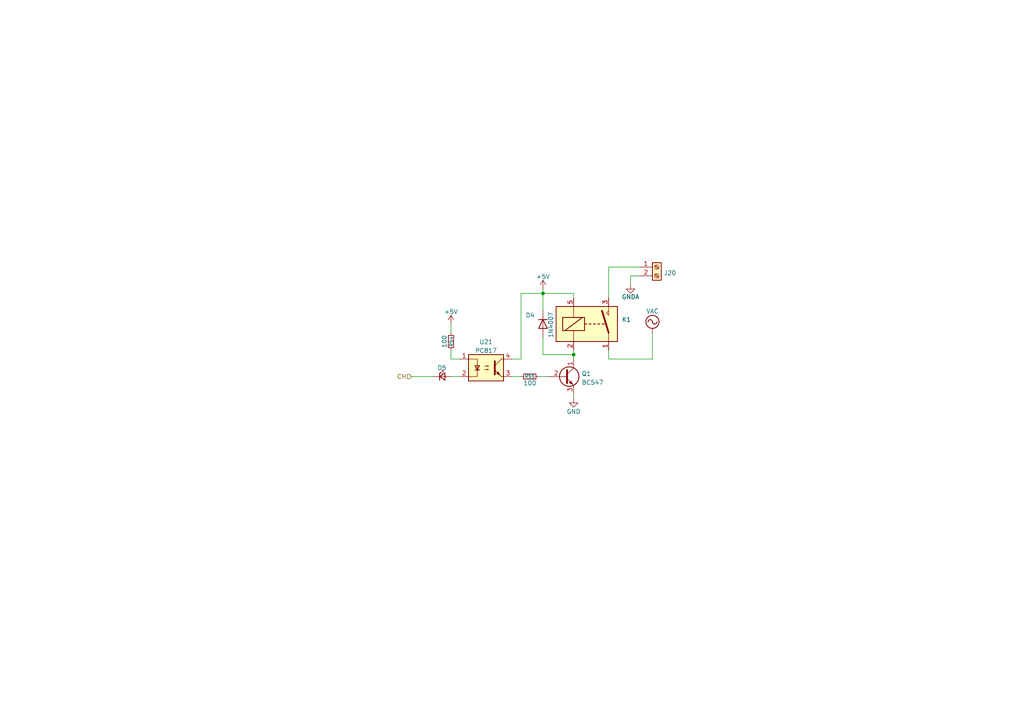
<source format=kicad_sch>
(kicad_sch (version 20211123) (generator eeschema)
  (paper "A4")
  (title_block (title "Cartridge Heater with T-type thermocouples control card") (date "2023-01-13") (rev "0.1") (company "Astraveus") (comment 1 "Author : Mathis Lacombe") (comment 2 "Technical test - job interview 01/13/2023"))
  (lib_symbols
    (symbol "Connector:Screw_Terminal_01x02" (pin_names (offset 1.016) hide)
      (property "Reference" "J" (at 0 2.54 0))
      (property "Value" "Screw_Terminal_01x02" (at 0 -5.08 0))
      (symbol "Screw_Terminal_01x02_1_1"
        (rectangle (start -1.27 1.27) (end 1.27 -3.81) (stroke (width 0.254)) (fill (type background)))
        (circle (center 0 -2.54) (radius 0.635) (stroke (width 0.1524)))
        (polyline (pts (xy -0.5334 -2.2098) (xy 0.3302 -3.048)) (stroke (width 0.1524)))
        (polyline (pts (xy -0.5334 0.3302) (xy 0.3302 -0.508)) (stroke (width 0.1524)))
        (polyline (pts (xy -0.3556 -2.032) (xy 0.508 -2.8702)) (stroke (width 0.1524)))
        (polyline (pts (xy -0.3556 0.508) (xy 0.508 -0.3302)) (stroke (width 0.1524)))
        (circle (center 0 0) (radius 0.635) (stroke (width 0.1524)))
        (pin passive line (at -5.08 0 0) (length 3.81) (name "Pin_1") (number "1"))
        (pin passive line (at -5.08 -2.54 0) (length 3.81) (name "Pin_2") (number "2"))
      )
    )
    (symbol "Device:LED_Small" (pin_numbers hide) (pin_names (offset 0.254) hide)
      (property "Reference" "D" (at -1.27 3.175 0))
      (property "Value" "LED_Small" (at -4.445 -2.54 0))
      (symbol "LED_Small_0_1"
        (polyline (pts (xy -0.762 -1.016) (xy -0.762 1.016)) (stroke (width 0.254)))
        (polyline (pts (xy 1.016 0) (xy -0.762 0)))
        (polyline (pts (xy 0.762 -1.016) (xy -0.762 0) (xy 0.762 1.016) (xy 0.762 -1.016)) (stroke (width 0.254)))
        (polyline (pts (xy 0 0.762) (xy -0.508 1.27) (xy -0.254 1.27) (xy -0.508 1.27) (xy -0.508 1.016)))
        (polyline (pts (xy 0.508 1.27) (xy 0 1.778) (xy 0.254 1.778) (xy 0 1.778) (xy 0 1.524)))
      )
      (symbol "LED_Small_1_1"
        (pin passive line (at -2.54 0 0) (length 1.778) (name "K") (number "1"))
        (pin passive line (at 2.54 0 180) (length 1.778) (name "A") (number "2"))
      )
    )
    (symbol "Device:R_Small" (pin_numbers hide) (pin_names (offset 0.254) hide)
      (property "Reference" "R" (at 0.762 0.508 0))
      (property "Value" "R_Small" (at 0.762 -1.016 0))
      (symbol "R_Small_0_1"
        (rectangle (start -0.762 1.778) (end 0.762 -1.778) (stroke (width 0.2032)))
      )
      (symbol "R_Small_1_1"
        (pin passive line (at 0 2.54 270) (length 0.762) (name "~") (number "1"))
        (pin passive line (at 0 -2.54 90) (length 0.762) (name "~") (number "2"))
      )
    )
    (symbol "Diode:1N4007" (pin_numbers hide) (pin_names (offset 1.016) hide)
      (property "Reference" "D" (at 0 2.54 0))
      (property "Value" "1N4007" (at 0 -2.54 0))
      (symbol "1N4007_0_1"
        (polyline (pts (xy -1.27 1.27) (xy -1.27 -1.27)) (stroke (width 0.254)))
        (polyline (pts (xy 1.27 0) (xy -1.27 0)))
        (polyline (pts (xy 1.27 1.27) (xy 1.27 -1.27) (xy -1.27 0) (xy 1.27 1.27)) (stroke (width 0.254)))
      )
      (symbol "1N4007_1_1"
        (pin passive line (at -3.81 0 0) (length 2.54) (name "K") (number "1"))
        (pin passive line (at 3.81 0 180) (length 2.54) (name "A") (number "2"))
      )
    )
    (symbol "Isolator:PC817" (pin_names (offset 1.016))
      (property "Reference" "U" (at -5.08 5.08 0))
      (property "Value" "PC817" (at 0 5.08 0))
      (symbol "PC817_0_1"
        (rectangle (start -5.08 3.81) (end 5.08 -3.81) (stroke (width 0.254)) (fill (type background)))
        (polyline (pts (xy -3.175 -0.635) (xy -1.905 -0.635)) (stroke (width 0.254)))
        (polyline (pts (xy 2.54 0.635) (xy 4.445 2.54)))
        (polyline (pts (xy 4.445 -2.54) (xy 2.54 -0.635)) (fill (type outline)))
        (polyline (pts (xy 4.445 -2.54) (xy 5.08 -2.54)))
        (polyline (pts (xy 4.445 2.54) (xy 5.08 2.54)))
        (polyline (pts (xy -5.08 2.54) (xy -2.54 2.54) (xy -2.54 -0.635)))
        (polyline (pts (xy -2.54 -0.635) (xy -2.54 -2.54) (xy -5.08 -2.54)))
        (polyline (pts (xy 2.54 1.905) (xy 2.54 -1.905) (xy 2.54 -1.905)) (stroke (width 0.508)))
        (polyline (pts (xy -2.54 -0.635) (xy -3.175 0.635) (xy -1.905 0.635) (xy -2.54 -0.635)) (stroke (width 0.254)))
        (polyline (pts (xy -0.508 -0.508) (xy 0.762 -0.508) (xy 0.381 -0.635) (xy 0.381 -0.381) (xy 0.762 -0.508)))
        (polyline (pts (xy -0.508 0.508) (xy 0.762 0.508) (xy 0.381 0.381) (xy 0.381 0.635) (xy 0.762 0.508)))
        (polyline (pts (xy 3.048 -1.651) (xy 3.556 -1.143) (xy 4.064 -2.159) (xy 3.048 -1.651) (xy 3.048 -1.651)) (fill (type outline)))
      )
      (symbol "PC817_1_1"
        (pin passive line (at -7.62 2.54 0) (length 2.54) (name "~") (number "1"))
        (pin passive line (at -7.62 -2.54 0) (length 2.54) (name "~") (number "2"))
        (pin passive line (at 7.62 -2.54 180) (length 2.54) (name "~") (number "3"))
        (pin passive line (at 7.62 2.54 180) (length 2.54) (name "~") (number "4"))
      )
    )
    (symbol "Relay:SANYOU_SRD_Form_A"
      (property "Reference" "K" (at 8.89 3.81 0))
      (property "Value" "SANYOU_SRD_Form_A" (at 8.89 1.27 0))
      (symbol "SANYOU_SRD_Form_A_0_0"
        (polyline (pts (xy 5.08 5.08) (xy 5.08 2.54) (xy 4.445 3.175) (xy 5.08 3.81)))
      )
      (symbol "SANYOU_SRD_Form_A_0_1"
        (rectangle (start -10.16 5.08) (end 7.62 -5.08) (stroke (width 0.254)) (fill (type background)))
        (rectangle (start -8.255 1.905) (end -1.905 -1.905) (stroke (width 0.254)))
        (polyline (pts (xy -7.62 -1.905) (xy -2.54 1.905)) (stroke (width 0.254)))
        (polyline (pts (xy -5.08 -5.08) (xy -5.08 -1.905)))
        (polyline (pts (xy -5.08 5.08) (xy -5.08 1.905)))
        (polyline (pts (xy -1.905 0) (xy -1.27 0)) (stroke (width 0.254)))
        (polyline (pts (xy -0.635 0) (xy 0 0)) (stroke (width 0.254)))
        (polyline (pts (xy 0.635 0) (xy 1.27 0)) (stroke (width 0.254)))
        (polyline (pts (xy 1.905 0) (xy 2.54 0)) (stroke (width 0.254)))
        (polyline (pts (xy 3.175 0) (xy 3.81 0)) (stroke (width 0.254)))
        (polyline (pts (xy 5.08 -2.54) (xy 3.175 3.81)) (stroke (width 0.508)))
        (polyline (pts (xy 5.08 -2.54) (xy 5.08 -5.08)))
      )
      (symbol "SANYOU_SRD_Form_A_1_1"
        (pin passive line (at 5.08 -7.62 90) (length 2.54) (name "~") (number "1"))
        (pin passive line (at -5.08 -7.62 90) (length 2.54) (name "~") (number "2"))
        (pin passive line (at 5.08 7.62 270) (length 2.54) (name "~") (number "3"))
        (pin passive line (at -5.08 7.62 270) (length 2.54) (name "~") (number "5"))
      )
    )
    (symbol "Transistor_BJT:BC547" (pin_names (offset 0) hide)
      (property "Reference" "Q" (at 5.08 1.905 0))
      (property "Value" "BC547" (at 5.08 0 0))
      (symbol "BC547_0_1"
        (polyline (pts (xy 0 0) (xy 0.635 0)))
        (polyline (pts (xy 0.635 0.635) (xy 2.54 2.54)))
        (polyline (pts (xy 0.635 -0.635) (xy 2.54 -2.54) (xy 2.54 -2.54)))
        (polyline (pts (xy 0.635 1.905) (xy 0.635 -1.905) (xy 0.635 -1.905)) (stroke (width 0.508)))
        (polyline (pts (xy 1.27 -1.778) (xy 1.778 -1.27) (xy 2.286 -2.286) (xy 1.27 -1.778) (xy 1.27 -1.778)) (fill (type outline)))
        (circle (center 1.27 0) (radius 2.8194) (stroke (width 0.254)))
      )
      (symbol "BC547_1_1"
        (pin passive line (at 2.54 5.08 270) (length 2.54) (name "C") (number "1"))
        (pin input line (at -5.08 0 0) (length 5.08) (name "B") (number "2"))
        (pin passive line (at 2.54 -5.08 90) (length 2.54) (name "E") (number "3"))
      )
    )
    (symbol "power:+5V" (power) (pin_names (offset 0))
      (property "Value" "+5V" (at 0 3.556 0))
      (symbol "+5V_0_1"
        (polyline (pts (xy -0.762 1.27) (xy 0 2.54)))
        (polyline (pts (xy 0 0) (xy 0 2.54)))
        (polyline (pts (xy 0 2.54) (xy 0.762 1.27)))
      )
      (symbol "+5V_1_1"
        (pin power_in line (at 0 0 90) (length 0) hide (name "+5V") (number "1"))
      )
    )
    (symbol "power:GND" (power) (pin_names (offset 0))
      (property "Value" "GND" (at 0 -3.81 0))
      (symbol "GND_0_1"
        (polyline (pts (xy 0 0) (xy 0 -1.27) (xy 1.27 -1.27) (xy 0 -2.54) (xy -1.27 -1.27) (xy 0 -1.27)))
      )
      (symbol "GND_1_1"
        (pin power_in line (at 0 0 270) (length 0) hide (name "GND") (number "1"))
      )
    )
    (symbol "power:GNDA" (power) (pin_names (offset 0))
      (property "Value" "GNDA" (at 0 -3.81 0))
      (symbol "GNDA_0_1"
        (polyline (pts (xy 0 0) (xy 0 -1.27) (xy 1.27 -1.27) (xy 0 -2.54) (xy -1.27 -1.27) (xy 0 -1.27)))
      )
      (symbol "GNDA_1_1"
        (pin power_in line (at 0 0 270) (length 0) hide (name "GNDA") (number "1"))
      )
    )
    (symbol "power:VAC" (power) (pin_names (offset 0))
      (property "Value" "VAC" (at 0 6.35 0))
      (symbol "VAC_0_1"
        (polyline (pts (xy 0 0) (xy 0 1.27)))
        (arc (start 0 3.175) (mid -0.635 3.81) (end -1.27 3.175) (stroke (width 0.254)))
        (arc (start 0 3.175) (mid 0.635 2.54) (end 1.27 3.175) (stroke (width 0.254)))
        (circle (center 0 3.175) (radius 1.905) (stroke (width 0.254)))
      )
      (symbol "VAC_1_1"
        (pin power_in line (at 0 0 90) (length 0) hide (name "VAC") (number "1"))
      )
    )
  )
  (junction (at 166.37 102.87))
  (junction (at 157.48 85.09))
  (wire (pts (xy 166.37 114.3) (xy 166.37 115.57)))
  (wire (pts (xy 148.59 104.14) (xy 151.13 104.14)))
  (wire (pts (xy 157.48 102.87) (xy 157.48 97.79)))
  (wire (pts (xy 156.21 109.22) (xy 158.75 109.22)))
  (wire (pts (xy 189.23 104.14) (xy 176.53 104.14)))
  (wire (pts (xy 151.13 85.09) (xy 157.48 85.09)))
  (wire (pts (xy 130.81 109.22) (xy 133.35 109.22)))
  (wire (pts (xy 182.88 80.01) (xy 185.42 80.01)))
  (wire (pts (xy 166.37 102.87) (xy 166.37 104.14)))
  (wire (pts (xy 166.37 85.09) (xy 166.37 86.36)))
  (wire (pts (xy 130.81 104.14) (xy 133.35 104.14)))
  (wire (pts (xy 151.13 85.09) (xy 151.13 104.14)))
  (wire (pts (xy 157.48 90.17) (xy 157.48 85.09)))
  (wire (pts (xy 166.37 101.6) (xy 166.37 102.87)))
  (wire (pts (xy 157.48 102.87) (xy 166.37 102.87)))
  (wire (pts (xy 130.81 93.98) (xy 130.81 96.52)))
  (wire (pts (xy 176.53 104.14) (xy 176.53 101.6)))
  (wire (pts (xy 189.23 96.52) (xy 189.23 104.14)))
  (wire (pts (xy 130.81 101.6) (xy 130.81 104.14)))
  (wire (pts (xy 176.53 77.47) (xy 176.53 86.36)))
  (wire (pts (xy 182.88 80.01) (xy 182.88 82.55)))
  (wire (pts (xy 148.59 109.22) (xy 151.13 109.22)))
  (wire (pts (xy 176.53 77.47) (xy 185.42 77.47)))
  (wire (pts (xy 157.48 83.82) (xy 157.48 85.09)))
  (wire (pts (xy 157.48 85.09) (xy 166.37 85.09)))
  (wire (pts (xy 119.38 109.22) (xy 125.73 109.22)))
  (hierarchical_label "CH" (shape input) (at 119.38 109.22 180))
  (symbol (lib_id "Device:LED_Small") (at 128.27 109.22 0) (unit 1)
    (property "Reference" "D5" (at 129.54 106.68 0) (effects (justify right)))
    (property "Value" "LED_Small" (effects hide))
    (property "Footprint" "Diode_SMD:D_0603_1608Metric" (effects hide))
  )
  (symbol (lib_id "Transistor_BJT:BC547") (at 163.83 109.22 0) (unit 1)
    (property "Reference" "Q1" (at 168.6814 108.3853 0) (effects (justify left)))
    (property "Value" "BC547" (at 168.6814 110.9222 0) (effects (justify left)))
    (property "Footprint" "Package_TO_SOT_SMD:SOT-23" (effects hide))
    (property "Datasheet" "https://www.onsemi.com/pub/Collateral/BC550-D.pdf" (effects hide))
  )
  (symbol (lib_id "power:+5V") (at 157.48 83.82 0) (unit 1)
    (property "Reference" "#PWR0157" (effects hide))
    (property "Value" "+5V" (at 157.48 80.2442 0))
  )
  (symbol (lib_id "Relay:SANYOU_SRD_Form_A") (at 171.45 93.98 0) (unit 1)
    (property "Reference" "K1" (at 180.34 92.71 0) (effects (justify left)))
    (property "Value" "SANYOU_SRD_Form_C" (effects hide))
    (property "Footprint" "Relay_THT:Relay_SPST_SANYOU_SRD_Series_Form_A" (effects hide))
    (property "Datasheet" "http://www.sanyourelay.ca/public/products/pdf/SRD.pdf" (effects hide))
  )
  (symbol (lib_id "power:VAC") (at 189.23 96.52 0) (unit 1)
    (property "Reference" "#PWR0159" (effects hide))
    (property "Value" "VAC" (at 189.23 90.2772 0))
  )
  (symbol (lib_id "Connector:Screw_Terminal_01x02") (at 190.5 77.47 0) (unit 1)
    (property "Reference" "J20" (at 192.532 79.1738 0) (effects (justify left)))
    (property "Value" "Screw_Terminal_01x02" (effects hide))
    (property "Footprint" "TerminalBlock:TerminalBlock_Altech_AK300-2_P5.00mm" (effects hide))
  )
  (symbol (lib_id "Diode:1N4007") (at 157.48 93.98 270) (unit 1)
    (property "Reference" "D4" (at 152.4 91.44 90) (effects (justify left)))
    (property "Value" "1N4007" (at 159.766 90.424 0) (effects (justify left)))
    (property "Footprint" "Diode_SMD:D_SMA" (effects hide))
    (property "Datasheet" "http://www.vishay.com/docs/88503/1n4001.pdf" (effects hide))
  )
  (symbol (lib_id "power:+5V") (at 130.81 93.98 0) (unit 1)
    (property "Reference" "#PWR0158" (effects hide))
    (property "Value" "+5V" (at 130.81 90.4042 0))
  )
  (symbol (lib_id "power:GND") (at 166.37 115.57 0) (unit 1)
    (property "Reference" "#PWR0160" (effects hide))
    (property "Value" "GND" (at 166.37 119.38 0))
  )
  (symbol (lib_id "Device:R_Small") (at 130.81 99.06 180) (unit 1)
    (property "Reference" "R54" (at 130.937 99.06 90) (effects (font (size 1 1))))
    (property "Value" "100" (at 128.905 99.06 90))
    (property "Footprint" "Resistor_SMD:R_0603_1608Metric" (effects hide))
  )
  (symbol (lib_id "power:GNDA") (at 182.88 82.55 0) (unit 1)
    (property "Reference" "#PWR0156" (effects hide))
    (property "Value" "GNDA" (at 182.88 86.106 0))
  )
  (symbol (lib_id "Isolator:PC817") (at 140.97 106.68 0) (unit 1)
    (property "Reference" "U21" (at 140.97 99.1702 0))
    (property "Value" "PC817" (at 140.97 101.7071 0))
    (property "Footprint" "Package_DIP:DIP-4_W7.62mm" (effects hide))
    (property "Datasheet" "http://www.soselectronic.cz/a_info/resource/d/pc817.pdf" (effects hide))
  )
  (symbol (lib_id "Device:R_Small") (at 153.67 109.22 270) (unit 1)
    (property "Reference" "R55" (at 153.67 109.22 90) (effects (font (size 1 1))))
    (property "Value" "100" (at 153.67 111.1195 90))
    (property "Footprint" "Resistor_SMD:R_0603_1608Metric" (effects hide))
  )
)
</source>
